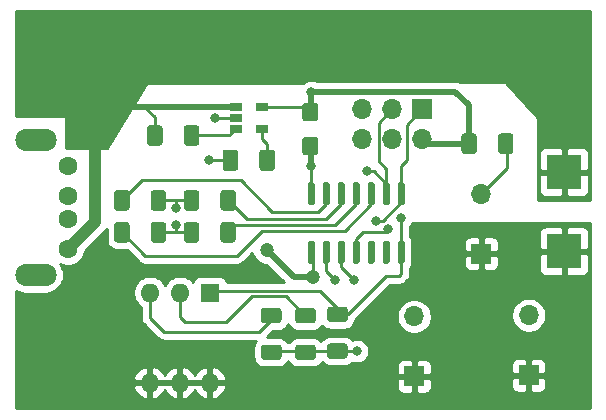
<source format=gbr>
G04 #@! TF.GenerationSoftware,KiCad,Pcbnew,5.1.9*
G04 #@! TF.CreationDate,2021-01-23T21:46:40+01:00*
G04 #@! TF.ProjectId,qc_attiny,71635f61-7474-4696-9e79-2e6b69636164,rev?*
G04 #@! TF.SameCoordinates,Original*
G04 #@! TF.FileFunction,Copper,L1,Top*
G04 #@! TF.FilePolarity,Positive*
%FSLAX46Y46*%
G04 Gerber Fmt 4.6, Leading zero omitted, Abs format (unit mm)*
G04 Created by KiCad (PCBNEW 5.1.9) date 2021-01-23 21:46:40*
%MOMM*%
%LPD*%
G01*
G04 APERTURE LIST*
G04 #@! TA.AperFunction,ComponentPad*
%ADD10C,1.600000*%
G04 #@! TD*
G04 #@! TA.AperFunction,ComponentPad*
%ADD11O,3.500000X1.900000*%
G04 #@! TD*
G04 #@! TA.AperFunction,SMDPad,CuDef*
%ADD12R,3.000000X3.000000*%
G04 #@! TD*
G04 #@! TA.AperFunction,ComponentPad*
%ADD13O,1.700000X1.700000*%
G04 #@! TD*
G04 #@! TA.AperFunction,ComponentPad*
%ADD14R,1.700000X1.700000*%
G04 #@! TD*
G04 #@! TA.AperFunction,SMDPad,CuDef*
%ADD15R,1.060000X0.650000*%
G04 #@! TD*
G04 #@! TA.AperFunction,ComponentPad*
%ADD16O,1.600000X1.600000*%
G04 #@! TD*
G04 #@! TA.AperFunction,ComponentPad*
%ADD17R,1.600000X1.600000*%
G04 #@! TD*
G04 #@! TA.AperFunction,ViaPad*
%ADD18C,0.800000*%
G04 #@! TD*
G04 #@! TA.AperFunction,ViaPad*
%ADD19C,1.200000*%
G04 #@! TD*
G04 #@! TA.AperFunction,Conductor*
%ADD20C,0.250000*%
G04 #@! TD*
G04 #@! TA.AperFunction,Conductor*
%ADD21C,0.500000*%
G04 #@! TD*
G04 #@! TA.AperFunction,Conductor*
%ADD22C,1.000000*%
G04 #@! TD*
G04 #@! TA.AperFunction,Conductor*
%ADD23C,0.254000*%
G04 #@! TD*
G04 #@! TA.AperFunction,Conductor*
%ADD24C,0.100000*%
G04 #@! TD*
G04 APERTURE END LIST*
G04 #@! TA.AperFunction,SMDPad,CuDef*
G36*
G01*
X137174999Y-101312500D02*
X138025001Y-101312500D01*
G75*
G02*
X138275000Y-101562499I0J-249999D01*
G01*
X138275000Y-102637501D01*
G75*
G02*
X138025001Y-102887500I-249999J0D01*
G01*
X137174999Y-102887500D01*
G75*
G02*
X136925000Y-102637501I0J249999D01*
G01*
X136925000Y-101562499D01*
G75*
G02*
X137174999Y-101312500I249999J0D01*
G01*
G37*
G04 #@! TD.AperFunction*
G04 #@! TA.AperFunction,SMDPad,CuDef*
G36*
G01*
X137174999Y-98437500D02*
X138025001Y-98437500D01*
G75*
G02*
X138275000Y-98687499I0J-249999D01*
G01*
X138275000Y-99762501D01*
G75*
G02*
X138025001Y-100012500I-249999J0D01*
G01*
X137174999Y-100012500D01*
G75*
G02*
X136925000Y-99762501I0J249999D01*
G01*
X136925000Y-98687499D01*
G75*
G02*
X137174999Y-98437500I249999J0D01*
G01*
G37*
G04 #@! TD.AperFunction*
D10*
X117100000Y-108300000D03*
X117100000Y-106300000D03*
X117100000Y-110800000D03*
X117100000Y-103800000D03*
D11*
X114350000Y-113000000D03*
X114350000Y-101600000D03*
G04 #@! TA.AperFunction,SMDPad,CuDef*
G36*
G01*
X125100000Y-100574999D02*
X125100000Y-101825001D01*
G75*
G02*
X124850001Y-102075000I-249999J0D01*
G01*
X124049999Y-102075000D01*
G75*
G02*
X123800000Y-101825001I0J249999D01*
G01*
X123800000Y-100574999D01*
G75*
G02*
X124049999Y-100325000I249999J0D01*
G01*
X124850001Y-100325000D01*
G75*
G02*
X125100000Y-100574999I0J-249999D01*
G01*
G37*
G04 #@! TD.AperFunction*
G04 #@! TA.AperFunction,SMDPad,CuDef*
G36*
G01*
X128200000Y-100574999D02*
X128200000Y-101825001D01*
G75*
G02*
X127950001Y-102075000I-249999J0D01*
G01*
X127149999Y-102075000D01*
G75*
G02*
X126900000Y-101825001I0J249999D01*
G01*
X126900000Y-100574999D01*
G75*
G02*
X127149999Y-100325000I249999J0D01*
G01*
X127950001Y-100325000D01*
G75*
G02*
X128200000Y-100574999I0J-249999D01*
G01*
G37*
G04 #@! TD.AperFunction*
G04 #@! TA.AperFunction,SMDPad,CuDef*
G36*
G01*
X137840000Y-107100000D02*
X137540000Y-107100000D01*
G75*
G02*
X137390000Y-106950000I0J150000D01*
G01*
X137390000Y-105300000D01*
G75*
G02*
X137540000Y-105150000I150000J0D01*
G01*
X137840000Y-105150000D01*
G75*
G02*
X137990000Y-105300000I0J-150000D01*
G01*
X137990000Y-106950000D01*
G75*
G02*
X137840000Y-107100000I-150000J0D01*
G01*
G37*
G04 #@! TD.AperFunction*
G04 #@! TA.AperFunction,SMDPad,CuDef*
G36*
G01*
X139110000Y-107100000D02*
X138810000Y-107100000D01*
G75*
G02*
X138660000Y-106950000I0J150000D01*
G01*
X138660000Y-105300000D01*
G75*
G02*
X138810000Y-105150000I150000J0D01*
G01*
X139110000Y-105150000D01*
G75*
G02*
X139260000Y-105300000I0J-150000D01*
G01*
X139260000Y-106950000D01*
G75*
G02*
X139110000Y-107100000I-150000J0D01*
G01*
G37*
G04 #@! TD.AperFunction*
G04 #@! TA.AperFunction,SMDPad,CuDef*
G36*
G01*
X140380000Y-107100000D02*
X140080000Y-107100000D01*
G75*
G02*
X139930000Y-106950000I0J150000D01*
G01*
X139930000Y-105300000D01*
G75*
G02*
X140080000Y-105150000I150000J0D01*
G01*
X140380000Y-105150000D01*
G75*
G02*
X140530000Y-105300000I0J-150000D01*
G01*
X140530000Y-106950000D01*
G75*
G02*
X140380000Y-107100000I-150000J0D01*
G01*
G37*
G04 #@! TD.AperFunction*
G04 #@! TA.AperFunction,SMDPad,CuDef*
G36*
G01*
X141650000Y-107100000D02*
X141350000Y-107100000D01*
G75*
G02*
X141200000Y-106950000I0J150000D01*
G01*
X141200000Y-105300000D01*
G75*
G02*
X141350000Y-105150000I150000J0D01*
G01*
X141650000Y-105150000D01*
G75*
G02*
X141800000Y-105300000I0J-150000D01*
G01*
X141800000Y-106950000D01*
G75*
G02*
X141650000Y-107100000I-150000J0D01*
G01*
G37*
G04 #@! TD.AperFunction*
G04 #@! TA.AperFunction,SMDPad,CuDef*
G36*
G01*
X142920000Y-107100000D02*
X142620000Y-107100000D01*
G75*
G02*
X142470000Y-106950000I0J150000D01*
G01*
X142470000Y-105300000D01*
G75*
G02*
X142620000Y-105150000I150000J0D01*
G01*
X142920000Y-105150000D01*
G75*
G02*
X143070000Y-105300000I0J-150000D01*
G01*
X143070000Y-106950000D01*
G75*
G02*
X142920000Y-107100000I-150000J0D01*
G01*
G37*
G04 #@! TD.AperFunction*
G04 #@! TA.AperFunction,SMDPad,CuDef*
G36*
G01*
X144190000Y-107100000D02*
X143890000Y-107100000D01*
G75*
G02*
X143740000Y-106950000I0J150000D01*
G01*
X143740000Y-105300000D01*
G75*
G02*
X143890000Y-105150000I150000J0D01*
G01*
X144190000Y-105150000D01*
G75*
G02*
X144340000Y-105300000I0J-150000D01*
G01*
X144340000Y-106950000D01*
G75*
G02*
X144190000Y-107100000I-150000J0D01*
G01*
G37*
G04 #@! TD.AperFunction*
G04 #@! TA.AperFunction,SMDPad,CuDef*
G36*
G01*
X145460000Y-107100000D02*
X145160000Y-107100000D01*
G75*
G02*
X145010000Y-106950000I0J150000D01*
G01*
X145010000Y-105300000D01*
G75*
G02*
X145160000Y-105150000I150000J0D01*
G01*
X145460000Y-105150000D01*
G75*
G02*
X145610000Y-105300000I0J-150000D01*
G01*
X145610000Y-106950000D01*
G75*
G02*
X145460000Y-107100000I-150000J0D01*
G01*
G37*
G04 #@! TD.AperFunction*
G04 #@! TA.AperFunction,SMDPad,CuDef*
G36*
G01*
X145460000Y-112050000D02*
X145160000Y-112050000D01*
G75*
G02*
X145010000Y-111900000I0J150000D01*
G01*
X145010000Y-110250000D01*
G75*
G02*
X145160000Y-110100000I150000J0D01*
G01*
X145460000Y-110100000D01*
G75*
G02*
X145610000Y-110250000I0J-150000D01*
G01*
X145610000Y-111900000D01*
G75*
G02*
X145460000Y-112050000I-150000J0D01*
G01*
G37*
G04 #@! TD.AperFunction*
G04 #@! TA.AperFunction,SMDPad,CuDef*
G36*
G01*
X144190000Y-112050000D02*
X143890000Y-112050000D01*
G75*
G02*
X143740000Y-111900000I0J150000D01*
G01*
X143740000Y-110250000D01*
G75*
G02*
X143890000Y-110100000I150000J0D01*
G01*
X144190000Y-110100000D01*
G75*
G02*
X144340000Y-110250000I0J-150000D01*
G01*
X144340000Y-111900000D01*
G75*
G02*
X144190000Y-112050000I-150000J0D01*
G01*
G37*
G04 #@! TD.AperFunction*
G04 #@! TA.AperFunction,SMDPad,CuDef*
G36*
G01*
X142920000Y-112050000D02*
X142620000Y-112050000D01*
G75*
G02*
X142470000Y-111900000I0J150000D01*
G01*
X142470000Y-110250000D01*
G75*
G02*
X142620000Y-110100000I150000J0D01*
G01*
X142920000Y-110100000D01*
G75*
G02*
X143070000Y-110250000I0J-150000D01*
G01*
X143070000Y-111900000D01*
G75*
G02*
X142920000Y-112050000I-150000J0D01*
G01*
G37*
G04 #@! TD.AperFunction*
G04 #@! TA.AperFunction,SMDPad,CuDef*
G36*
G01*
X141650000Y-112050000D02*
X141350000Y-112050000D01*
G75*
G02*
X141200000Y-111900000I0J150000D01*
G01*
X141200000Y-110250000D01*
G75*
G02*
X141350000Y-110100000I150000J0D01*
G01*
X141650000Y-110100000D01*
G75*
G02*
X141800000Y-110250000I0J-150000D01*
G01*
X141800000Y-111900000D01*
G75*
G02*
X141650000Y-112050000I-150000J0D01*
G01*
G37*
G04 #@! TD.AperFunction*
G04 #@! TA.AperFunction,SMDPad,CuDef*
G36*
G01*
X140380000Y-112050000D02*
X140080000Y-112050000D01*
G75*
G02*
X139930000Y-111900000I0J150000D01*
G01*
X139930000Y-110250000D01*
G75*
G02*
X140080000Y-110100000I150000J0D01*
G01*
X140380000Y-110100000D01*
G75*
G02*
X140530000Y-110250000I0J-150000D01*
G01*
X140530000Y-111900000D01*
G75*
G02*
X140380000Y-112050000I-150000J0D01*
G01*
G37*
G04 #@! TD.AperFunction*
G04 #@! TA.AperFunction,SMDPad,CuDef*
G36*
G01*
X139110000Y-112050000D02*
X138810000Y-112050000D01*
G75*
G02*
X138660000Y-111900000I0J150000D01*
G01*
X138660000Y-110250000D01*
G75*
G02*
X138810000Y-110100000I150000J0D01*
G01*
X139110000Y-110100000D01*
G75*
G02*
X139260000Y-110250000I0J-150000D01*
G01*
X139260000Y-111900000D01*
G75*
G02*
X139110000Y-112050000I-150000J0D01*
G01*
G37*
G04 #@! TD.AperFunction*
G04 #@! TA.AperFunction,SMDPad,CuDef*
G36*
G01*
X137840000Y-112050000D02*
X137540000Y-112050000D01*
G75*
G02*
X137390000Y-111900000I0J150000D01*
G01*
X137390000Y-110250000D01*
G75*
G02*
X137540000Y-110100000I150000J0D01*
G01*
X137840000Y-110100000D01*
G75*
G02*
X137990000Y-110250000I0J-150000D01*
G01*
X137990000Y-111900000D01*
G75*
G02*
X137840000Y-112050000I-150000J0D01*
G01*
G37*
G04 #@! TD.AperFunction*
D12*
X159100000Y-111000000D03*
X159100000Y-104300000D03*
G04 #@! TA.AperFunction,SMDPad,CuDef*
G36*
G01*
X136574999Y-118900000D02*
X137825001Y-118900000D01*
G75*
G02*
X138075000Y-119149999I0J-249999D01*
G01*
X138075000Y-119950001D01*
G75*
G02*
X137825001Y-120200000I-249999J0D01*
G01*
X136574999Y-120200000D01*
G75*
G02*
X136325000Y-119950001I0J249999D01*
G01*
X136325000Y-119149999D01*
G75*
G02*
X136574999Y-118900000I249999J0D01*
G01*
G37*
G04 #@! TD.AperFunction*
G04 #@! TA.AperFunction,SMDPad,CuDef*
G36*
G01*
X136574999Y-115800000D02*
X137825001Y-115800000D01*
G75*
G02*
X138075000Y-116049999I0J-249999D01*
G01*
X138075000Y-116850001D01*
G75*
G02*
X137825001Y-117100000I-249999J0D01*
G01*
X136574999Y-117100000D01*
G75*
G02*
X136325000Y-116850001I0J249999D01*
G01*
X136325000Y-116049999D01*
G75*
G02*
X136574999Y-115800000I249999J0D01*
G01*
G37*
G04 #@! TD.AperFunction*
D13*
X142020000Y-101540000D03*
X142020000Y-99000000D03*
X144560000Y-101540000D03*
X144560000Y-99000000D03*
X147100000Y-101540000D03*
D14*
X147100000Y-99000000D03*
D13*
X146400000Y-116520000D03*
D14*
X146400000Y-121600000D03*
D13*
X156100000Y-116420000D03*
D14*
X156100000Y-121500000D03*
D13*
X152100000Y-106120000D03*
D14*
X152100000Y-111200000D03*
D15*
X133500000Y-98750000D03*
X133500000Y-100650000D03*
X131300000Y-100650000D03*
X131300000Y-99700000D03*
X131300000Y-98750000D03*
D16*
X129100000Y-122120000D03*
X124020000Y-114500000D03*
X126560000Y-122120000D03*
X126560000Y-114500000D03*
X124020000Y-122120000D03*
D17*
X129100000Y-114500000D03*
G04 #@! TA.AperFunction,SMDPad,CuDef*
G36*
G01*
X139274999Y-118800000D02*
X140525001Y-118800000D01*
G75*
G02*
X140775000Y-119049999I0J-249999D01*
G01*
X140775000Y-119850001D01*
G75*
G02*
X140525001Y-120100000I-249999J0D01*
G01*
X139274999Y-120100000D01*
G75*
G02*
X139025000Y-119850001I0J249999D01*
G01*
X139025000Y-119049999D01*
G75*
G02*
X139274999Y-118800000I249999J0D01*
G01*
G37*
G04 #@! TD.AperFunction*
G04 #@! TA.AperFunction,SMDPad,CuDef*
G36*
G01*
X139274999Y-115700000D02*
X140525001Y-115700000D01*
G75*
G02*
X140775000Y-115949999I0J-249999D01*
G01*
X140775000Y-116750001D01*
G75*
G02*
X140525001Y-117000000I-249999J0D01*
G01*
X139274999Y-117000000D01*
G75*
G02*
X139025000Y-116750001I0J249999D01*
G01*
X139025000Y-115949999D01*
G75*
G02*
X139274999Y-115700000I249999J0D01*
G01*
G37*
G04 #@! TD.AperFunction*
G04 #@! TA.AperFunction,SMDPad,CuDef*
G36*
G01*
X153500000Y-102525001D02*
X153500000Y-101274999D01*
G75*
G02*
X153749999Y-101025000I249999J0D01*
G01*
X154550001Y-101025000D01*
G75*
G02*
X154800000Y-101274999I0J-249999D01*
G01*
X154800000Y-102525001D01*
G75*
G02*
X154550001Y-102775000I-249999J0D01*
G01*
X153749999Y-102775000D01*
G75*
G02*
X153500000Y-102525001I0J249999D01*
G01*
G37*
G04 #@! TD.AperFunction*
G04 #@! TA.AperFunction,SMDPad,CuDef*
G36*
G01*
X150400000Y-102525001D02*
X150400000Y-101274999D01*
G75*
G02*
X150649999Y-101025000I249999J0D01*
G01*
X151450001Y-101025000D01*
G75*
G02*
X151700000Y-101274999I0J-249999D01*
G01*
X151700000Y-102525001D01*
G75*
G02*
X151450001Y-102775000I-249999J0D01*
G01*
X150649999Y-102775000D01*
G75*
G02*
X150400000Y-102525001I0J249999D01*
G01*
G37*
G04 #@! TD.AperFunction*
G04 #@! TA.AperFunction,SMDPad,CuDef*
G36*
G01*
X134925001Y-117100000D02*
X133674999Y-117100000D01*
G75*
G02*
X133425000Y-116850001I0J249999D01*
G01*
X133425000Y-116049999D01*
G75*
G02*
X133674999Y-115800000I249999J0D01*
G01*
X134925001Y-115800000D01*
G75*
G02*
X135175000Y-116049999I0J-249999D01*
G01*
X135175000Y-116850001D01*
G75*
G02*
X134925001Y-117100000I-249999J0D01*
G01*
G37*
G04 #@! TD.AperFunction*
G04 #@! TA.AperFunction,SMDPad,CuDef*
G36*
G01*
X134925001Y-120200000D02*
X133674999Y-120200000D01*
G75*
G02*
X133425000Y-119950001I0J249999D01*
G01*
X133425000Y-119149999D01*
G75*
G02*
X133674999Y-118900000I249999J0D01*
G01*
X134925001Y-118900000D01*
G75*
G02*
X135175000Y-119149999I0J-249999D01*
G01*
X135175000Y-119950001D01*
G75*
G02*
X134925001Y-120200000I-249999J0D01*
G01*
G37*
G04 #@! TD.AperFunction*
G04 #@! TA.AperFunction,SMDPad,CuDef*
G36*
G01*
X128200000Y-108774999D02*
X128200000Y-110025001D01*
G75*
G02*
X127950001Y-110275000I-249999J0D01*
G01*
X127149999Y-110275000D01*
G75*
G02*
X126900000Y-110025001I0J249999D01*
G01*
X126900000Y-108774999D01*
G75*
G02*
X127149999Y-108525000I249999J0D01*
G01*
X127950001Y-108525000D01*
G75*
G02*
X128200000Y-108774999I0J-249999D01*
G01*
G37*
G04 #@! TD.AperFunction*
G04 #@! TA.AperFunction,SMDPad,CuDef*
G36*
G01*
X131300000Y-108774999D02*
X131300000Y-110025001D01*
G75*
G02*
X131050001Y-110275000I-249999J0D01*
G01*
X130249999Y-110275000D01*
G75*
G02*
X130000000Y-110025001I0J249999D01*
G01*
X130000000Y-108774999D01*
G75*
G02*
X130249999Y-108525000I249999J0D01*
G01*
X131050001Y-108525000D01*
G75*
G02*
X131300000Y-108774999I0J-249999D01*
G01*
G37*
G04 #@! TD.AperFunction*
G04 #@! TA.AperFunction,SMDPad,CuDef*
G36*
G01*
X124100000Y-110025001D02*
X124100000Y-108774999D01*
G75*
G02*
X124349999Y-108525000I249999J0D01*
G01*
X125150001Y-108525000D01*
G75*
G02*
X125400000Y-108774999I0J-249999D01*
G01*
X125400000Y-110025001D01*
G75*
G02*
X125150001Y-110275000I-249999J0D01*
G01*
X124349999Y-110275000D01*
G75*
G02*
X124100000Y-110025001I0J249999D01*
G01*
G37*
G04 #@! TD.AperFunction*
G04 #@! TA.AperFunction,SMDPad,CuDef*
G36*
G01*
X121000000Y-110025001D02*
X121000000Y-108774999D01*
G75*
G02*
X121249999Y-108525000I249999J0D01*
G01*
X122050001Y-108525000D01*
G75*
G02*
X122300000Y-108774999I0J-249999D01*
G01*
X122300000Y-110025001D01*
G75*
G02*
X122050001Y-110275000I-249999J0D01*
G01*
X121249999Y-110275000D01*
G75*
G02*
X121000000Y-110025001I0J249999D01*
G01*
G37*
G04 #@! TD.AperFunction*
G04 #@! TA.AperFunction,SMDPad,CuDef*
G36*
G01*
X128200000Y-106074999D02*
X128200000Y-107325001D01*
G75*
G02*
X127950001Y-107575000I-249999J0D01*
G01*
X127149999Y-107575000D01*
G75*
G02*
X126900000Y-107325001I0J249999D01*
G01*
X126900000Y-106074999D01*
G75*
G02*
X127149999Y-105825000I249999J0D01*
G01*
X127950001Y-105825000D01*
G75*
G02*
X128200000Y-106074999I0J-249999D01*
G01*
G37*
G04 #@! TD.AperFunction*
G04 #@! TA.AperFunction,SMDPad,CuDef*
G36*
G01*
X131300000Y-106074999D02*
X131300000Y-107325001D01*
G75*
G02*
X131050001Y-107575000I-249999J0D01*
G01*
X130249999Y-107575000D01*
G75*
G02*
X130000000Y-107325001I0J249999D01*
G01*
X130000000Y-106074999D01*
G75*
G02*
X130249999Y-105825000I249999J0D01*
G01*
X131050001Y-105825000D01*
G75*
G02*
X131300000Y-106074999I0J-249999D01*
G01*
G37*
G04 #@! TD.AperFunction*
G04 #@! TA.AperFunction,SMDPad,CuDef*
G36*
G01*
X124100000Y-107325001D02*
X124100000Y-106074999D01*
G75*
G02*
X124349999Y-105825000I249999J0D01*
G01*
X125150001Y-105825000D01*
G75*
G02*
X125400000Y-106074999I0J-249999D01*
G01*
X125400000Y-107325001D01*
G75*
G02*
X125150001Y-107575000I-249999J0D01*
G01*
X124349999Y-107575000D01*
G75*
G02*
X124100000Y-107325001I0J249999D01*
G01*
G37*
G04 #@! TD.AperFunction*
G04 #@! TA.AperFunction,SMDPad,CuDef*
G36*
G01*
X121000000Y-107325001D02*
X121000000Y-106074999D01*
G75*
G02*
X121249999Y-105825000I249999J0D01*
G01*
X122050001Y-105825000D01*
G75*
G02*
X122300000Y-106074999I0J-249999D01*
G01*
X122300000Y-107325001D01*
G75*
G02*
X122050001Y-107575000I-249999J0D01*
G01*
X121249999Y-107575000D01*
G75*
G02*
X121000000Y-107325001I0J249999D01*
G01*
G37*
G04 #@! TD.AperFunction*
G04 #@! TA.AperFunction,SMDPad,CuDef*
G36*
G01*
X133300000Y-103950002D02*
X133300000Y-102649998D01*
G75*
G02*
X133549998Y-102400000I249998J0D01*
G01*
X134375002Y-102400000D01*
G75*
G02*
X134625000Y-102649998I0J-249998D01*
G01*
X134625000Y-103950002D01*
G75*
G02*
X134375002Y-104200000I-249998J0D01*
G01*
X133549998Y-104200000D01*
G75*
G02*
X133300000Y-103950002I0J249998D01*
G01*
G37*
G04 #@! TD.AperFunction*
G04 #@! TA.AperFunction,SMDPad,CuDef*
G36*
G01*
X130175000Y-103950002D02*
X130175000Y-102649998D01*
G75*
G02*
X130424998Y-102400000I249998J0D01*
G01*
X131250002Y-102400000D01*
G75*
G02*
X131500000Y-102649998I0J-249998D01*
G01*
X131500000Y-103950002D01*
G75*
G02*
X131250002Y-104200000I-249998J0D01*
G01*
X130424998Y-104200000D01*
G75*
G02*
X130175000Y-103950002I0J249998D01*
G01*
G37*
G04 #@! TD.AperFunction*
D18*
X137700000Y-97500000D03*
D19*
X133900000Y-110900000D03*
X137800000Y-113200000D03*
D18*
X141550000Y-119450000D03*
X137700000Y-103800000D03*
X129500000Y-99700000D03*
X129000000Y-103300000D03*
D19*
X155300000Y-113800000D03*
X157300000Y-118800000D03*
X159600000Y-116200000D03*
X159600000Y-118700000D03*
X159600000Y-121700000D03*
X116600000Y-115600000D03*
X119500000Y-115600000D03*
X119600000Y-111100000D03*
X155300000Y-111200000D03*
D18*
X126200000Y-107300000D03*
X126200000Y-108800000D03*
X139700000Y-113400000D03*
X141300000Y-113400000D03*
X144200000Y-109100000D03*
X145300000Y-108200000D03*
X142400000Y-104200000D03*
X143200000Y-108400000D03*
D20*
X137687500Y-98750000D02*
X137700000Y-98737500D01*
X133500000Y-98750000D02*
X137687500Y-98750000D01*
X137800000Y-111085000D02*
X137690000Y-110975000D01*
X137800000Y-113100000D02*
X137800000Y-111085000D01*
X137700000Y-97500000D02*
X137700000Y-97500000D01*
D21*
X137700000Y-98737500D02*
X137700000Y-97500000D01*
X137700000Y-97500000D02*
X149900000Y-97500000D01*
X151050000Y-98650000D02*
X151050000Y-101900000D01*
X149900000Y-97500000D02*
X151050000Y-98650000D01*
X147460000Y-101900000D02*
X147100000Y-101540000D01*
X151050000Y-101900000D02*
X147460000Y-101900000D01*
X133900000Y-110900000D02*
X136200000Y-113200000D01*
X137700000Y-113200000D02*
X137800000Y-113100000D01*
X136200000Y-113200000D02*
X137700000Y-113200000D01*
D20*
X134400000Y-119450000D02*
X134300000Y-119550000D01*
X139900000Y-119450000D02*
X134400000Y-119450000D01*
X141550000Y-119450000D02*
X139900000Y-119450000D01*
X137690000Y-103810000D02*
X137700000Y-103800000D01*
X137690000Y-106025000D02*
X137690000Y-103810000D01*
X130837500Y-103300000D02*
X129000000Y-103300000D01*
X131300000Y-99700000D02*
X129500000Y-99700000D01*
D21*
X137700000Y-103800000D02*
X137700000Y-101862500D01*
D20*
X126200000Y-106700000D02*
X126200000Y-107300000D01*
X124750000Y-106700000D02*
X126200000Y-106700000D01*
X126200000Y-106700000D02*
X127550000Y-106700000D01*
X126200000Y-109400000D02*
X126200000Y-108800000D01*
X124750000Y-109400000D02*
X126200000Y-109400000D01*
X126200000Y-109400000D02*
X127550000Y-109400000D01*
X142770000Y-107000000D02*
X140519990Y-109250010D01*
X142770000Y-106025000D02*
X142770000Y-107000000D01*
X140519990Y-109250010D02*
X133549990Y-109250010D01*
X133549990Y-109250010D02*
X131400000Y-111400000D01*
X123650000Y-111400000D02*
X121650000Y-109400000D01*
X131400000Y-111400000D02*
X123650000Y-111400000D01*
X141500000Y-107000000D02*
X139700000Y-108800000D01*
X141500000Y-106025000D02*
X141500000Y-107000000D01*
X131250000Y-108800000D02*
X130650000Y-109400000D01*
X139700000Y-108800000D02*
X131250000Y-108800000D01*
X123350000Y-105000000D02*
X121650000Y-106700000D01*
X131700000Y-105000000D02*
X123350000Y-105000000D01*
X134400000Y-107700000D02*
X131700000Y-105000000D01*
X138260000Y-107700000D02*
X134400000Y-107700000D01*
X138960000Y-107000000D02*
X138260000Y-107700000D01*
X138960000Y-106025000D02*
X138960000Y-107000000D01*
X130650000Y-106700000D02*
X132250000Y-108300000D01*
X140230000Y-107000000D02*
X140230000Y-106025000D01*
X138930000Y-108300000D02*
X140230000Y-107000000D01*
X132250000Y-108300000D02*
X138930000Y-108300000D01*
X138960000Y-111075000D02*
X138960000Y-112660000D01*
X138960000Y-112660000D02*
X139700000Y-113400000D01*
X139700000Y-113400000D02*
X139700000Y-113400000D01*
X140230000Y-112330000D02*
X140230000Y-110975000D01*
X141300000Y-113400000D02*
X140230000Y-112330000D01*
X141500000Y-110000000D02*
X142100000Y-109400000D01*
X141500000Y-110975000D02*
X141500000Y-110000000D01*
X143900000Y-109400000D02*
X144200000Y-109100000D01*
X142100000Y-109400000D02*
X143900000Y-109400000D01*
X152100000Y-106120000D02*
X154300000Y-103920000D01*
X154300000Y-102050000D02*
X154150000Y-101900000D01*
X154300000Y-103920000D02*
X154300000Y-102050000D01*
D21*
X124450000Y-98750000D02*
X123950000Y-98750000D01*
X131300000Y-98750000D02*
X124450000Y-98750000D01*
D22*
X117100000Y-110800000D02*
X119400000Y-108500000D01*
X119400000Y-108500000D02*
X119400000Y-101500000D01*
D21*
X122750000Y-98750000D02*
X120250000Y-98750000D01*
D20*
X124450000Y-99650000D02*
X123550000Y-98750000D01*
X124450000Y-101200000D02*
X124450000Y-99650000D01*
D21*
X123550000Y-98750000D02*
X122750000Y-98750000D01*
X123950000Y-98750000D02*
X123550000Y-98750000D01*
D20*
X139900000Y-116350000D02*
X139900000Y-115800000D01*
X129250010Y-114349990D02*
X129100000Y-114500000D01*
X138449990Y-114349990D02*
X129250010Y-114349990D01*
X139900000Y-115800000D02*
X138449990Y-114349990D01*
X140775000Y-116350000D02*
X144025000Y-113100000D01*
X139900000Y-116350000D02*
X140775000Y-116350000D01*
X144025000Y-113100000D02*
X145100000Y-113100000D01*
X145310000Y-112890000D02*
X145310000Y-110975000D01*
X145100000Y-113100000D02*
X145310000Y-112890000D01*
X145310000Y-108210000D02*
X145300000Y-108200000D01*
X145310000Y-110975000D02*
X145310000Y-108210000D01*
X134300000Y-116450000D02*
X134300000Y-116800000D01*
X134300000Y-116800000D02*
X133300000Y-117800000D01*
X133300000Y-117800000D02*
X125200000Y-117800000D01*
X124020000Y-116620000D02*
X124020000Y-114500000D01*
X125200000Y-117800000D02*
X124020000Y-116620000D01*
X144040000Y-105274315D02*
X144040000Y-106025000D01*
X143384999Y-100175001D02*
X143384999Y-103384999D01*
X144560000Y-99000000D02*
X143384999Y-100175001D01*
X144040000Y-104040000D02*
X144040000Y-106125000D01*
X143384999Y-103384999D02*
X144040000Y-104040000D01*
X144040000Y-105274315D02*
X144040000Y-106125000D01*
X142965685Y-104200000D02*
X144040000Y-105274315D01*
X142400000Y-104200000D02*
X142965685Y-104200000D01*
X137200000Y-116450000D02*
X135550000Y-114800000D01*
X135550000Y-114800000D02*
X132700000Y-114800000D01*
X132700000Y-114800000D02*
X130500000Y-117000000D01*
X130500000Y-117000000D02*
X127000000Y-117000000D01*
X126560000Y-116560000D02*
X126560000Y-114500000D01*
X127000000Y-117000000D02*
X126560000Y-116560000D01*
X145310000Y-106125000D02*
X145310000Y-103790000D01*
X145310000Y-103790000D02*
X145800000Y-103300000D01*
X145800000Y-100300000D02*
X147100000Y-99000000D01*
X145800000Y-103300000D02*
X145800000Y-100300000D01*
X145310000Y-106855685D02*
X145310000Y-106025000D01*
X145310000Y-106855685D02*
X145310000Y-106125000D01*
X143765685Y-108400000D02*
X145310000Y-106855685D01*
X143200000Y-108400000D02*
X143765685Y-108400000D01*
X133500000Y-100650000D02*
X133500000Y-101500000D01*
X133962500Y-101962500D02*
X133962500Y-103300000D01*
X133500000Y-101500000D02*
X133962500Y-101962500D01*
X130750000Y-101200000D02*
X131300000Y-100650000D01*
X127550000Y-101200000D02*
X130750000Y-101200000D01*
D23*
X161315000Y-106673000D02*
X156927000Y-106673000D01*
X156927000Y-105800000D01*
X156961928Y-105800000D01*
X156974188Y-105924482D01*
X157010498Y-106044180D01*
X157069463Y-106154494D01*
X157148815Y-106251185D01*
X157245506Y-106330537D01*
X157355820Y-106389502D01*
X157475518Y-106425812D01*
X157600000Y-106438072D01*
X158814250Y-106435000D01*
X158973000Y-106276250D01*
X158973000Y-104427000D01*
X159227000Y-104427000D01*
X159227000Y-106276250D01*
X159385750Y-106435000D01*
X160600000Y-106438072D01*
X160724482Y-106425812D01*
X160844180Y-106389502D01*
X160954494Y-106330537D01*
X161051185Y-106251185D01*
X161130537Y-106154494D01*
X161189502Y-106044180D01*
X161225812Y-105924482D01*
X161238072Y-105800000D01*
X161235000Y-104585750D01*
X161076250Y-104427000D01*
X159227000Y-104427000D01*
X158973000Y-104427000D01*
X157123750Y-104427000D01*
X156965000Y-104585750D01*
X156961928Y-105800000D01*
X156927000Y-105800000D01*
X156927000Y-102800000D01*
X156961928Y-102800000D01*
X156965000Y-104014250D01*
X157123750Y-104173000D01*
X158973000Y-104173000D01*
X158973000Y-102323750D01*
X159227000Y-102323750D01*
X159227000Y-104173000D01*
X161076250Y-104173000D01*
X161235000Y-104014250D01*
X161238072Y-102800000D01*
X161225812Y-102675518D01*
X161189502Y-102555820D01*
X161130537Y-102445506D01*
X161051185Y-102348815D01*
X160954494Y-102269463D01*
X160844180Y-102210498D01*
X160724482Y-102174188D01*
X160600000Y-102161928D01*
X159385750Y-102165000D01*
X159227000Y-102323750D01*
X158973000Y-102323750D01*
X158814250Y-102165000D01*
X157600000Y-102161928D01*
X157475518Y-102174188D01*
X157355820Y-102210498D01*
X157245506Y-102269463D01*
X157148815Y-102348815D01*
X157069463Y-102445506D01*
X157010498Y-102555820D01*
X156974188Y-102675518D01*
X156961928Y-102800000D01*
X156927000Y-102800000D01*
X156927000Y-99800000D01*
X156924560Y-99775224D01*
X156917333Y-99751399D01*
X156905597Y-99729443D01*
X156894398Y-99715041D01*
X154194398Y-96715041D01*
X154176010Y-96698258D01*
X154154700Y-96685384D01*
X154131289Y-96676915D01*
X154099412Y-96673001D01*
X150263417Y-96690760D01*
X150240313Y-96678411D01*
X150073490Y-96627805D01*
X149943477Y-96615000D01*
X149943469Y-96615000D01*
X149900000Y-96610719D01*
X149856531Y-96615000D01*
X138238454Y-96615000D01*
X138190256Y-96582795D01*
X138001898Y-96504774D01*
X137801939Y-96465000D01*
X137598061Y-96465000D01*
X137398102Y-96504774D01*
X137209744Y-96582795D01*
X137040226Y-96696063D01*
X136984050Y-96752239D01*
X132499628Y-96773000D01*
X123800000Y-96773000D01*
X123775224Y-96775440D01*
X123751399Y-96782667D01*
X123729443Y-96794403D01*
X123710197Y-96810197D01*
X123691098Y-96834659D01*
X120428093Y-102273000D01*
X116927000Y-102273000D01*
X116927000Y-99700000D01*
X116924560Y-99675224D01*
X116917333Y-99651399D01*
X116905597Y-99629443D01*
X116889803Y-99610197D01*
X116870557Y-99594403D01*
X116848601Y-99582667D01*
X116824776Y-99575440D01*
X116800000Y-99573000D01*
X112685000Y-99573000D01*
X112685000Y-90685000D01*
X161315000Y-90685000D01*
X161315000Y-106673000D01*
G04 #@! TA.AperFunction,Conductor*
D24*
G36*
X161315000Y-106673000D02*
G01*
X156927000Y-106673000D01*
X156927000Y-105800000D01*
X156961928Y-105800000D01*
X156974188Y-105924482D01*
X157010498Y-106044180D01*
X157069463Y-106154494D01*
X157148815Y-106251185D01*
X157245506Y-106330537D01*
X157355820Y-106389502D01*
X157475518Y-106425812D01*
X157600000Y-106438072D01*
X158814250Y-106435000D01*
X158973000Y-106276250D01*
X158973000Y-104427000D01*
X159227000Y-104427000D01*
X159227000Y-106276250D01*
X159385750Y-106435000D01*
X160600000Y-106438072D01*
X160724482Y-106425812D01*
X160844180Y-106389502D01*
X160954494Y-106330537D01*
X161051185Y-106251185D01*
X161130537Y-106154494D01*
X161189502Y-106044180D01*
X161225812Y-105924482D01*
X161238072Y-105800000D01*
X161235000Y-104585750D01*
X161076250Y-104427000D01*
X159227000Y-104427000D01*
X158973000Y-104427000D01*
X157123750Y-104427000D01*
X156965000Y-104585750D01*
X156961928Y-105800000D01*
X156927000Y-105800000D01*
X156927000Y-102800000D01*
X156961928Y-102800000D01*
X156965000Y-104014250D01*
X157123750Y-104173000D01*
X158973000Y-104173000D01*
X158973000Y-102323750D01*
X159227000Y-102323750D01*
X159227000Y-104173000D01*
X161076250Y-104173000D01*
X161235000Y-104014250D01*
X161238072Y-102800000D01*
X161225812Y-102675518D01*
X161189502Y-102555820D01*
X161130537Y-102445506D01*
X161051185Y-102348815D01*
X160954494Y-102269463D01*
X160844180Y-102210498D01*
X160724482Y-102174188D01*
X160600000Y-102161928D01*
X159385750Y-102165000D01*
X159227000Y-102323750D01*
X158973000Y-102323750D01*
X158814250Y-102165000D01*
X157600000Y-102161928D01*
X157475518Y-102174188D01*
X157355820Y-102210498D01*
X157245506Y-102269463D01*
X157148815Y-102348815D01*
X157069463Y-102445506D01*
X157010498Y-102555820D01*
X156974188Y-102675518D01*
X156961928Y-102800000D01*
X156927000Y-102800000D01*
X156927000Y-99800000D01*
X156924560Y-99775224D01*
X156917333Y-99751399D01*
X156905597Y-99729443D01*
X156894398Y-99715041D01*
X154194398Y-96715041D01*
X154176010Y-96698258D01*
X154154700Y-96685384D01*
X154131289Y-96676915D01*
X154099412Y-96673001D01*
X150263417Y-96690760D01*
X150240313Y-96678411D01*
X150073490Y-96627805D01*
X149943477Y-96615000D01*
X149943469Y-96615000D01*
X149900000Y-96610719D01*
X149856531Y-96615000D01*
X138238454Y-96615000D01*
X138190256Y-96582795D01*
X138001898Y-96504774D01*
X137801939Y-96465000D01*
X137598061Y-96465000D01*
X137398102Y-96504774D01*
X137209744Y-96582795D01*
X137040226Y-96696063D01*
X136984050Y-96752239D01*
X132499628Y-96773000D01*
X123800000Y-96773000D01*
X123775224Y-96775440D01*
X123751399Y-96782667D01*
X123729443Y-96794403D01*
X123710197Y-96810197D01*
X123691098Y-96834659D01*
X120428093Y-102273000D01*
X116927000Y-102273000D01*
X116927000Y-99700000D01*
X116924560Y-99675224D01*
X116917333Y-99651399D01*
X116905597Y-99629443D01*
X116889803Y-99610197D01*
X116870557Y-99594403D01*
X116848601Y-99582667D01*
X116824776Y-99575440D01*
X116800000Y-99573000D01*
X112685000Y-99573000D01*
X112685000Y-90685000D01*
X161315000Y-90685000D01*
X161315000Y-106673000D01*
G37*
G04 #@! TD.AperFunction*
D23*
X161315001Y-124315000D02*
X112685000Y-124315000D01*
X112685000Y-122469040D01*
X122628091Y-122469040D01*
X122722930Y-122733881D01*
X122867615Y-122975131D01*
X123056586Y-123183519D01*
X123282580Y-123351037D01*
X123536913Y-123471246D01*
X123670961Y-123511904D01*
X123893000Y-123389915D01*
X123893000Y-122247000D01*
X124147000Y-122247000D01*
X124147000Y-123389915D01*
X124369039Y-123511904D01*
X124503087Y-123471246D01*
X124757420Y-123351037D01*
X124983414Y-123183519D01*
X125172385Y-122975131D01*
X125290000Y-122779018D01*
X125407615Y-122975131D01*
X125596586Y-123183519D01*
X125822580Y-123351037D01*
X126076913Y-123471246D01*
X126210961Y-123511904D01*
X126433000Y-123389915D01*
X126433000Y-122247000D01*
X126687000Y-122247000D01*
X126687000Y-123389915D01*
X126909039Y-123511904D01*
X127043087Y-123471246D01*
X127297420Y-123351037D01*
X127523414Y-123183519D01*
X127712385Y-122975131D01*
X127830000Y-122779018D01*
X127947615Y-122975131D01*
X128136586Y-123183519D01*
X128362580Y-123351037D01*
X128616913Y-123471246D01*
X128750961Y-123511904D01*
X128973000Y-123389915D01*
X128973000Y-122247000D01*
X129227000Y-122247000D01*
X129227000Y-123389915D01*
X129449039Y-123511904D01*
X129583087Y-123471246D01*
X129837420Y-123351037D01*
X130063414Y-123183519D01*
X130252385Y-122975131D01*
X130397070Y-122733881D01*
X130491909Y-122469040D01*
X130481509Y-122450000D01*
X144911928Y-122450000D01*
X144924188Y-122574482D01*
X144960498Y-122694180D01*
X145019463Y-122804494D01*
X145098815Y-122901185D01*
X145195506Y-122980537D01*
X145305820Y-123039502D01*
X145425518Y-123075812D01*
X145550000Y-123088072D01*
X146114250Y-123085000D01*
X146273000Y-122926250D01*
X146273000Y-121727000D01*
X146527000Y-121727000D01*
X146527000Y-122926250D01*
X146685750Y-123085000D01*
X147250000Y-123088072D01*
X147374482Y-123075812D01*
X147494180Y-123039502D01*
X147604494Y-122980537D01*
X147701185Y-122901185D01*
X147780537Y-122804494D01*
X147839502Y-122694180D01*
X147875812Y-122574482D01*
X147888072Y-122450000D01*
X147887528Y-122350000D01*
X154611928Y-122350000D01*
X154624188Y-122474482D01*
X154660498Y-122594180D01*
X154719463Y-122704494D01*
X154798815Y-122801185D01*
X154895506Y-122880537D01*
X155005820Y-122939502D01*
X155125518Y-122975812D01*
X155250000Y-122988072D01*
X155814250Y-122985000D01*
X155973000Y-122826250D01*
X155973000Y-121627000D01*
X156227000Y-121627000D01*
X156227000Y-122826250D01*
X156385750Y-122985000D01*
X156950000Y-122988072D01*
X157074482Y-122975812D01*
X157194180Y-122939502D01*
X157304494Y-122880537D01*
X157401185Y-122801185D01*
X157480537Y-122704494D01*
X157539502Y-122594180D01*
X157575812Y-122474482D01*
X157588072Y-122350000D01*
X157585000Y-121785750D01*
X157426250Y-121627000D01*
X156227000Y-121627000D01*
X155973000Y-121627000D01*
X154773750Y-121627000D01*
X154615000Y-121785750D01*
X154611928Y-122350000D01*
X147887528Y-122350000D01*
X147885000Y-121885750D01*
X147726250Y-121727000D01*
X146527000Y-121727000D01*
X146273000Y-121727000D01*
X145073750Y-121727000D01*
X144915000Y-121885750D01*
X144911928Y-122450000D01*
X130481509Y-122450000D01*
X130370624Y-122247000D01*
X129227000Y-122247000D01*
X128973000Y-122247000D01*
X126687000Y-122247000D01*
X126433000Y-122247000D01*
X124147000Y-122247000D01*
X123893000Y-122247000D01*
X122749376Y-122247000D01*
X122628091Y-122469040D01*
X112685000Y-122469040D01*
X112685000Y-121770960D01*
X122628091Y-121770960D01*
X122749376Y-121993000D01*
X123893000Y-121993000D01*
X123893000Y-120850085D01*
X124147000Y-120850085D01*
X124147000Y-121993000D01*
X126433000Y-121993000D01*
X126433000Y-120850085D01*
X126687000Y-120850085D01*
X126687000Y-121993000D01*
X128973000Y-121993000D01*
X128973000Y-120850085D01*
X129227000Y-120850085D01*
X129227000Y-121993000D01*
X130370624Y-121993000D01*
X130491909Y-121770960D01*
X130397070Y-121506119D01*
X130252385Y-121264869D01*
X130063414Y-121056481D01*
X129837420Y-120888963D01*
X129583087Y-120768754D01*
X129449039Y-120728096D01*
X129227000Y-120850085D01*
X128973000Y-120850085D01*
X128750961Y-120728096D01*
X128616913Y-120768754D01*
X128362580Y-120888963D01*
X128136586Y-121056481D01*
X127947615Y-121264869D01*
X127830000Y-121460982D01*
X127712385Y-121264869D01*
X127523414Y-121056481D01*
X127297420Y-120888963D01*
X127043087Y-120768754D01*
X126909039Y-120728096D01*
X126687000Y-120850085D01*
X126433000Y-120850085D01*
X126210961Y-120728096D01*
X126076913Y-120768754D01*
X125822580Y-120888963D01*
X125596586Y-121056481D01*
X125407615Y-121264869D01*
X125290000Y-121460982D01*
X125172385Y-121264869D01*
X124983414Y-121056481D01*
X124757420Y-120888963D01*
X124503087Y-120768754D01*
X124369039Y-120728096D01*
X124147000Y-120850085D01*
X123893000Y-120850085D01*
X123670961Y-120728096D01*
X123536913Y-120768754D01*
X123282580Y-120888963D01*
X123056586Y-121056481D01*
X122867615Y-121264869D01*
X122722930Y-121506119D01*
X122628091Y-121770960D01*
X112685000Y-121770960D01*
X112685000Y-114334860D01*
X112940512Y-114471434D01*
X113239286Y-114562066D01*
X113472136Y-114585000D01*
X115227864Y-114585000D01*
X115460714Y-114562066D01*
X115759488Y-114471434D01*
X116034839Y-114324256D01*
X116276187Y-114126187D01*
X116474256Y-113884839D01*
X116621434Y-113609488D01*
X116712066Y-113310714D01*
X116742669Y-113000000D01*
X116712066Y-112689286D01*
X116621434Y-112390512D01*
X116474256Y-112115161D01*
X116447996Y-112083163D01*
X116681426Y-112179853D01*
X116958665Y-112235000D01*
X117241335Y-112235000D01*
X117518574Y-112179853D01*
X117779727Y-112071680D01*
X118014759Y-111914637D01*
X118214637Y-111714759D01*
X118371680Y-111479727D01*
X118479853Y-111218574D01*
X118527850Y-110977282D01*
X120163141Y-109341991D01*
X120206449Y-109306449D01*
X120348284Y-109133623D01*
X120361928Y-109108097D01*
X120361928Y-110025001D01*
X120378992Y-110198255D01*
X120429528Y-110364851D01*
X120511595Y-110518387D01*
X120622038Y-110652962D01*
X120756613Y-110763405D01*
X120910149Y-110845472D01*
X121076745Y-110896008D01*
X121249999Y-110913072D01*
X122050001Y-110913072D01*
X122084839Y-110909641D01*
X123086201Y-111911003D01*
X123109999Y-111940001D01*
X123138997Y-111963799D01*
X123225723Y-112034974D01*
X123340270Y-112096201D01*
X123357753Y-112105546D01*
X123501014Y-112149003D01*
X123612667Y-112160000D01*
X123612676Y-112160000D01*
X123649999Y-112163676D01*
X123687322Y-112160000D01*
X131362678Y-112160000D01*
X131400000Y-112163676D01*
X131437322Y-112160000D01*
X131437333Y-112160000D01*
X131548986Y-112149003D01*
X131692247Y-112105546D01*
X131824276Y-112034974D01*
X131940001Y-111940001D01*
X131963804Y-111910997D01*
X132696218Y-111178583D01*
X132712460Y-111260236D01*
X132805557Y-111484992D01*
X132940713Y-111687267D01*
X133112733Y-111859287D01*
X133315008Y-111994443D01*
X133539764Y-112087540D01*
X133778363Y-112135000D01*
X133883422Y-112135000D01*
X135338411Y-113589990D01*
X130527237Y-113589990D01*
X130525812Y-113575518D01*
X130489502Y-113455820D01*
X130430537Y-113345506D01*
X130351185Y-113248815D01*
X130254494Y-113169463D01*
X130144180Y-113110498D01*
X130024482Y-113074188D01*
X129900000Y-113061928D01*
X128300000Y-113061928D01*
X128175518Y-113074188D01*
X128055820Y-113110498D01*
X127945506Y-113169463D01*
X127848815Y-113248815D01*
X127769463Y-113345506D01*
X127710498Y-113455820D01*
X127674188Y-113575518D01*
X127673357Y-113583961D01*
X127474759Y-113385363D01*
X127239727Y-113228320D01*
X126978574Y-113120147D01*
X126701335Y-113065000D01*
X126418665Y-113065000D01*
X126141426Y-113120147D01*
X125880273Y-113228320D01*
X125645241Y-113385363D01*
X125445363Y-113585241D01*
X125290000Y-113817759D01*
X125134637Y-113585241D01*
X124934759Y-113385363D01*
X124699727Y-113228320D01*
X124438574Y-113120147D01*
X124161335Y-113065000D01*
X123878665Y-113065000D01*
X123601426Y-113120147D01*
X123340273Y-113228320D01*
X123105241Y-113385363D01*
X122905363Y-113585241D01*
X122748320Y-113820273D01*
X122640147Y-114081426D01*
X122585000Y-114358665D01*
X122585000Y-114641335D01*
X122640147Y-114918574D01*
X122748320Y-115179727D01*
X122905363Y-115414759D01*
X123105241Y-115614637D01*
X123260000Y-115718044D01*
X123260000Y-116582677D01*
X123256324Y-116620000D01*
X123260000Y-116657322D01*
X123260000Y-116657332D01*
X123270997Y-116768985D01*
X123302936Y-116874275D01*
X123314454Y-116912246D01*
X123385026Y-117044276D01*
X123406960Y-117071002D01*
X123479999Y-117160001D01*
X123509003Y-117183804D01*
X124636201Y-118311003D01*
X124659999Y-118340001D01*
X124688997Y-118363799D01*
X124775723Y-118434974D01*
X124907753Y-118505546D01*
X125051014Y-118549003D01*
X125162667Y-118560000D01*
X125162677Y-118560000D01*
X125199999Y-118563676D01*
X125237322Y-118560000D01*
X133015883Y-118560000D01*
X132936595Y-118656613D01*
X132854528Y-118810149D01*
X132803992Y-118976745D01*
X132786928Y-119149999D01*
X132786928Y-119950001D01*
X132803992Y-120123255D01*
X132854528Y-120289851D01*
X132936595Y-120443387D01*
X133047038Y-120577962D01*
X133181613Y-120688405D01*
X133335149Y-120770472D01*
X133501745Y-120821008D01*
X133674999Y-120838072D01*
X134925001Y-120838072D01*
X135098255Y-120821008D01*
X135264851Y-120770472D01*
X135418387Y-120688405D01*
X135552962Y-120577962D01*
X135663405Y-120443387D01*
X135745472Y-120289851D01*
X135750000Y-120274924D01*
X135754528Y-120289851D01*
X135836595Y-120443387D01*
X135947038Y-120577962D01*
X136081613Y-120688405D01*
X136235149Y-120770472D01*
X136401745Y-120821008D01*
X136574999Y-120838072D01*
X137825001Y-120838072D01*
X137998255Y-120821008D01*
X138164851Y-120770472D01*
X138203151Y-120750000D01*
X144911928Y-120750000D01*
X144915000Y-121314250D01*
X145073750Y-121473000D01*
X146273000Y-121473000D01*
X146273000Y-120273750D01*
X146527000Y-120273750D01*
X146527000Y-121473000D01*
X147726250Y-121473000D01*
X147885000Y-121314250D01*
X147888072Y-120750000D01*
X147878224Y-120650000D01*
X154611928Y-120650000D01*
X154615000Y-121214250D01*
X154773750Y-121373000D01*
X155973000Y-121373000D01*
X155973000Y-120173750D01*
X156227000Y-120173750D01*
X156227000Y-121373000D01*
X157426250Y-121373000D01*
X157585000Y-121214250D01*
X157588072Y-120650000D01*
X157575812Y-120525518D01*
X157539502Y-120405820D01*
X157480537Y-120295506D01*
X157401185Y-120198815D01*
X157304494Y-120119463D01*
X157194180Y-120060498D01*
X157074482Y-120024188D01*
X156950000Y-120011928D01*
X156385750Y-120015000D01*
X156227000Y-120173750D01*
X155973000Y-120173750D01*
X155814250Y-120015000D01*
X155250000Y-120011928D01*
X155125518Y-120024188D01*
X155005820Y-120060498D01*
X154895506Y-120119463D01*
X154798815Y-120198815D01*
X154719463Y-120295506D01*
X154660498Y-120405820D01*
X154624188Y-120525518D01*
X154611928Y-120650000D01*
X147878224Y-120650000D01*
X147875812Y-120625518D01*
X147839502Y-120505820D01*
X147780537Y-120395506D01*
X147701185Y-120298815D01*
X147604494Y-120219463D01*
X147494180Y-120160498D01*
X147374482Y-120124188D01*
X147250000Y-120111928D01*
X146685750Y-120115000D01*
X146527000Y-120273750D01*
X146273000Y-120273750D01*
X146114250Y-120115000D01*
X145550000Y-120111928D01*
X145425518Y-120124188D01*
X145305820Y-120160498D01*
X145195506Y-120219463D01*
X145098815Y-120298815D01*
X145019463Y-120395506D01*
X144960498Y-120505820D01*
X144924188Y-120625518D01*
X144911928Y-120750000D01*
X138203151Y-120750000D01*
X138318387Y-120688405D01*
X138452962Y-120577962D01*
X138563405Y-120443387D01*
X138585200Y-120402612D01*
X138647038Y-120477962D01*
X138781613Y-120588405D01*
X138935149Y-120670472D01*
X139101745Y-120721008D01*
X139274999Y-120738072D01*
X140525001Y-120738072D01*
X140698255Y-120721008D01*
X140864851Y-120670472D01*
X141018387Y-120588405D01*
X141152962Y-120477962D01*
X141197149Y-120424120D01*
X141248102Y-120445226D01*
X141448061Y-120485000D01*
X141651939Y-120485000D01*
X141851898Y-120445226D01*
X142040256Y-120367205D01*
X142209774Y-120253937D01*
X142353937Y-120109774D01*
X142467205Y-119940256D01*
X142545226Y-119751898D01*
X142585000Y-119551939D01*
X142585000Y-119348061D01*
X142545226Y-119148102D01*
X142467205Y-118959744D01*
X142353937Y-118790226D01*
X142209774Y-118646063D01*
X142040256Y-118532795D01*
X141851898Y-118454774D01*
X141651939Y-118415000D01*
X141448061Y-118415000D01*
X141248102Y-118454774D01*
X141197149Y-118475880D01*
X141152962Y-118422038D01*
X141018387Y-118311595D01*
X140864851Y-118229528D01*
X140698255Y-118178992D01*
X140525001Y-118161928D01*
X139274999Y-118161928D01*
X139101745Y-118178992D01*
X138935149Y-118229528D01*
X138781613Y-118311595D01*
X138647038Y-118422038D01*
X138536595Y-118556613D01*
X138514800Y-118597388D01*
X138452962Y-118522038D01*
X138318387Y-118411595D01*
X138164851Y-118329528D01*
X137998255Y-118278992D01*
X137825001Y-118261928D01*
X136574999Y-118261928D01*
X136401745Y-118278992D01*
X136235149Y-118329528D01*
X136081613Y-118411595D01*
X135947038Y-118522038D01*
X135836595Y-118656613D01*
X135818749Y-118690000D01*
X135681251Y-118690000D01*
X135663405Y-118656613D01*
X135552962Y-118522038D01*
X135418387Y-118411595D01*
X135264851Y-118329528D01*
X135098255Y-118278992D01*
X134925001Y-118261928D01*
X133912873Y-118261928D01*
X134436730Y-117738072D01*
X134925001Y-117738072D01*
X135098255Y-117721008D01*
X135264851Y-117670472D01*
X135418387Y-117588405D01*
X135552962Y-117477962D01*
X135663405Y-117343387D01*
X135745472Y-117189851D01*
X135750000Y-117174924D01*
X135754528Y-117189851D01*
X135836595Y-117343387D01*
X135947038Y-117477962D01*
X136081613Y-117588405D01*
X136235149Y-117670472D01*
X136401745Y-117721008D01*
X136574999Y-117738072D01*
X137825001Y-117738072D01*
X137998255Y-117721008D01*
X138164851Y-117670472D01*
X138318387Y-117588405D01*
X138452962Y-117477962D01*
X138563405Y-117343387D01*
X138585200Y-117302612D01*
X138647038Y-117377962D01*
X138781613Y-117488405D01*
X138935149Y-117570472D01*
X139101745Y-117621008D01*
X139274999Y-117638072D01*
X140525001Y-117638072D01*
X140698255Y-117621008D01*
X140864851Y-117570472D01*
X141018387Y-117488405D01*
X141152962Y-117377962D01*
X141263405Y-117243387D01*
X141345472Y-117089851D01*
X141396008Y-116923255D01*
X141409059Y-116790742D01*
X141826061Y-116373740D01*
X144915000Y-116373740D01*
X144915000Y-116666260D01*
X144972068Y-116953158D01*
X145084010Y-117223411D01*
X145246525Y-117466632D01*
X145453368Y-117673475D01*
X145696589Y-117835990D01*
X145966842Y-117947932D01*
X146253740Y-118005000D01*
X146546260Y-118005000D01*
X146833158Y-117947932D01*
X147103411Y-117835990D01*
X147346632Y-117673475D01*
X147553475Y-117466632D01*
X147715990Y-117223411D01*
X147827932Y-116953158D01*
X147885000Y-116666260D01*
X147885000Y-116373740D01*
X147865109Y-116273740D01*
X154615000Y-116273740D01*
X154615000Y-116566260D01*
X154672068Y-116853158D01*
X154784010Y-117123411D01*
X154946525Y-117366632D01*
X155153368Y-117573475D01*
X155396589Y-117735990D01*
X155666842Y-117847932D01*
X155953740Y-117905000D01*
X156246260Y-117905000D01*
X156533158Y-117847932D01*
X156803411Y-117735990D01*
X157046632Y-117573475D01*
X157253475Y-117366632D01*
X157415990Y-117123411D01*
X157527932Y-116853158D01*
X157585000Y-116566260D01*
X157585000Y-116273740D01*
X157527932Y-115986842D01*
X157415990Y-115716589D01*
X157253475Y-115473368D01*
X157046632Y-115266525D01*
X156803411Y-115104010D01*
X156533158Y-114992068D01*
X156246260Y-114935000D01*
X155953740Y-114935000D01*
X155666842Y-114992068D01*
X155396589Y-115104010D01*
X155153368Y-115266525D01*
X154946525Y-115473368D01*
X154784010Y-115716589D01*
X154672068Y-115986842D01*
X154615000Y-116273740D01*
X147865109Y-116273740D01*
X147827932Y-116086842D01*
X147715990Y-115816589D01*
X147553475Y-115573368D01*
X147346632Y-115366525D01*
X147103411Y-115204010D01*
X146833158Y-115092068D01*
X146546260Y-115035000D01*
X146253740Y-115035000D01*
X145966842Y-115092068D01*
X145696589Y-115204010D01*
X145453368Y-115366525D01*
X145246525Y-115573368D01*
X145084010Y-115816589D01*
X144972068Y-116086842D01*
X144915000Y-116373740D01*
X141826061Y-116373740D01*
X144339802Y-113860000D01*
X145062678Y-113860000D01*
X145100000Y-113863676D01*
X145137322Y-113860000D01*
X145137333Y-113860000D01*
X145248986Y-113849003D01*
X145392247Y-113805546D01*
X145524276Y-113734974D01*
X145640001Y-113640001D01*
X145663804Y-113610997D01*
X145820998Y-113453803D01*
X145850001Y-113430001D01*
X145944974Y-113314276D01*
X146015546Y-113182247D01*
X146059003Y-113038986D01*
X146070000Y-112927333D01*
X146070000Y-112927323D01*
X146073676Y-112890000D01*
X146070000Y-112852677D01*
X146070000Y-112392976D01*
X146115258Y-112337829D01*
X146188084Y-112201582D01*
X146232929Y-112053745D01*
X146233297Y-112050000D01*
X150611928Y-112050000D01*
X150624188Y-112174482D01*
X150660498Y-112294180D01*
X150719463Y-112404494D01*
X150798815Y-112501185D01*
X150895506Y-112580537D01*
X151005820Y-112639502D01*
X151125518Y-112675812D01*
X151250000Y-112688072D01*
X151814250Y-112685000D01*
X151973000Y-112526250D01*
X151973000Y-111327000D01*
X152227000Y-111327000D01*
X152227000Y-112526250D01*
X152385750Y-112685000D01*
X152950000Y-112688072D01*
X153074482Y-112675812D01*
X153194180Y-112639502D01*
X153304494Y-112580537D01*
X153401185Y-112501185D01*
X153402157Y-112500000D01*
X156961928Y-112500000D01*
X156974188Y-112624482D01*
X157010498Y-112744180D01*
X157069463Y-112854494D01*
X157148815Y-112951185D01*
X157245506Y-113030537D01*
X157355820Y-113089502D01*
X157475518Y-113125812D01*
X157600000Y-113138072D01*
X158814250Y-113135000D01*
X158973000Y-112976250D01*
X158973000Y-111127000D01*
X159227000Y-111127000D01*
X159227000Y-112976250D01*
X159385750Y-113135000D01*
X160600000Y-113138072D01*
X160724482Y-113125812D01*
X160844180Y-113089502D01*
X160954494Y-113030537D01*
X161051185Y-112951185D01*
X161130537Y-112854494D01*
X161189502Y-112744180D01*
X161225812Y-112624482D01*
X161238072Y-112500000D01*
X161235000Y-111285750D01*
X161076250Y-111127000D01*
X159227000Y-111127000D01*
X158973000Y-111127000D01*
X157123750Y-111127000D01*
X156965000Y-111285750D01*
X156961928Y-112500000D01*
X153402157Y-112500000D01*
X153480537Y-112404494D01*
X153539502Y-112294180D01*
X153575812Y-112174482D01*
X153588072Y-112050000D01*
X153585000Y-111485750D01*
X153426250Y-111327000D01*
X152227000Y-111327000D01*
X151973000Y-111327000D01*
X150773750Y-111327000D01*
X150615000Y-111485750D01*
X150611928Y-112050000D01*
X146233297Y-112050000D01*
X146248072Y-111900000D01*
X146248072Y-110350000D01*
X150611928Y-110350000D01*
X150615000Y-110914250D01*
X150773750Y-111073000D01*
X151973000Y-111073000D01*
X151973000Y-109873750D01*
X152227000Y-109873750D01*
X152227000Y-111073000D01*
X153426250Y-111073000D01*
X153585000Y-110914250D01*
X153588072Y-110350000D01*
X153575812Y-110225518D01*
X153539502Y-110105820D01*
X153480537Y-109995506D01*
X153401185Y-109898815D01*
X153304494Y-109819463D01*
X153194180Y-109760498D01*
X153074482Y-109724188D01*
X152950000Y-109711928D01*
X152385750Y-109715000D01*
X152227000Y-109873750D01*
X151973000Y-109873750D01*
X151814250Y-109715000D01*
X151250000Y-109711928D01*
X151125518Y-109724188D01*
X151005820Y-109760498D01*
X150895506Y-109819463D01*
X150798815Y-109898815D01*
X150719463Y-109995506D01*
X150660498Y-110105820D01*
X150624188Y-110225518D01*
X150611928Y-110350000D01*
X146248072Y-110350000D01*
X146248072Y-110250000D01*
X146232929Y-110096255D01*
X146188084Y-109948418D01*
X146115258Y-109812171D01*
X146070000Y-109757024D01*
X146070000Y-109500000D01*
X156961928Y-109500000D01*
X156965000Y-110714250D01*
X157123750Y-110873000D01*
X158973000Y-110873000D01*
X158973000Y-109023750D01*
X159227000Y-109023750D01*
X159227000Y-110873000D01*
X161076250Y-110873000D01*
X161235000Y-110714250D01*
X161238072Y-109500000D01*
X161225812Y-109375518D01*
X161189502Y-109255820D01*
X161130537Y-109145506D01*
X161051185Y-109048815D01*
X160954494Y-108969463D01*
X160844180Y-108910498D01*
X160724482Y-108874188D01*
X160600000Y-108861928D01*
X159385750Y-108865000D01*
X159227000Y-109023750D01*
X158973000Y-109023750D01*
X158814250Y-108865000D01*
X157600000Y-108861928D01*
X157475518Y-108874188D01*
X157355820Y-108910498D01*
X157245506Y-108969463D01*
X157148815Y-109048815D01*
X157069463Y-109145506D01*
X157010498Y-109255820D01*
X156974188Y-109375518D01*
X156961928Y-109500000D01*
X146070000Y-109500000D01*
X146070000Y-108893711D01*
X146103937Y-108859774D01*
X146217205Y-108690256D01*
X146243407Y-108627000D01*
X161315001Y-108627000D01*
X161315001Y-124315000D01*
G04 #@! TA.AperFunction,Conductor*
D24*
G36*
X161315001Y-124315000D02*
G01*
X112685000Y-124315000D01*
X112685000Y-122469040D01*
X122628091Y-122469040D01*
X122722930Y-122733881D01*
X122867615Y-122975131D01*
X123056586Y-123183519D01*
X123282580Y-123351037D01*
X123536913Y-123471246D01*
X123670961Y-123511904D01*
X123893000Y-123389915D01*
X123893000Y-122247000D01*
X124147000Y-122247000D01*
X124147000Y-123389915D01*
X124369039Y-123511904D01*
X124503087Y-123471246D01*
X124757420Y-123351037D01*
X124983414Y-123183519D01*
X125172385Y-122975131D01*
X125290000Y-122779018D01*
X125407615Y-122975131D01*
X125596586Y-123183519D01*
X125822580Y-123351037D01*
X126076913Y-123471246D01*
X126210961Y-123511904D01*
X126433000Y-123389915D01*
X126433000Y-122247000D01*
X126687000Y-122247000D01*
X126687000Y-123389915D01*
X126909039Y-123511904D01*
X127043087Y-123471246D01*
X127297420Y-123351037D01*
X127523414Y-123183519D01*
X127712385Y-122975131D01*
X127830000Y-122779018D01*
X127947615Y-122975131D01*
X128136586Y-123183519D01*
X128362580Y-123351037D01*
X128616913Y-123471246D01*
X128750961Y-123511904D01*
X128973000Y-123389915D01*
X128973000Y-122247000D01*
X129227000Y-122247000D01*
X129227000Y-123389915D01*
X129449039Y-123511904D01*
X129583087Y-123471246D01*
X129837420Y-123351037D01*
X130063414Y-123183519D01*
X130252385Y-122975131D01*
X130397070Y-122733881D01*
X130491909Y-122469040D01*
X130481509Y-122450000D01*
X144911928Y-122450000D01*
X144924188Y-122574482D01*
X144960498Y-122694180D01*
X145019463Y-122804494D01*
X145098815Y-122901185D01*
X145195506Y-122980537D01*
X145305820Y-123039502D01*
X145425518Y-123075812D01*
X145550000Y-123088072D01*
X146114250Y-123085000D01*
X146273000Y-122926250D01*
X146273000Y-121727000D01*
X146527000Y-121727000D01*
X146527000Y-122926250D01*
X146685750Y-123085000D01*
X147250000Y-123088072D01*
X147374482Y-123075812D01*
X147494180Y-123039502D01*
X147604494Y-122980537D01*
X147701185Y-122901185D01*
X147780537Y-122804494D01*
X147839502Y-122694180D01*
X147875812Y-122574482D01*
X147888072Y-122450000D01*
X147887528Y-122350000D01*
X154611928Y-122350000D01*
X154624188Y-122474482D01*
X154660498Y-122594180D01*
X154719463Y-122704494D01*
X154798815Y-122801185D01*
X154895506Y-122880537D01*
X155005820Y-122939502D01*
X155125518Y-122975812D01*
X155250000Y-122988072D01*
X155814250Y-122985000D01*
X155973000Y-122826250D01*
X155973000Y-121627000D01*
X156227000Y-121627000D01*
X156227000Y-122826250D01*
X156385750Y-122985000D01*
X156950000Y-122988072D01*
X157074482Y-122975812D01*
X157194180Y-122939502D01*
X157304494Y-122880537D01*
X157401185Y-122801185D01*
X157480537Y-122704494D01*
X157539502Y-122594180D01*
X157575812Y-122474482D01*
X157588072Y-122350000D01*
X157585000Y-121785750D01*
X157426250Y-121627000D01*
X156227000Y-121627000D01*
X155973000Y-121627000D01*
X154773750Y-121627000D01*
X154615000Y-121785750D01*
X154611928Y-122350000D01*
X147887528Y-122350000D01*
X147885000Y-121885750D01*
X147726250Y-121727000D01*
X146527000Y-121727000D01*
X146273000Y-121727000D01*
X145073750Y-121727000D01*
X144915000Y-121885750D01*
X144911928Y-122450000D01*
X130481509Y-122450000D01*
X130370624Y-122247000D01*
X129227000Y-122247000D01*
X128973000Y-122247000D01*
X126687000Y-122247000D01*
X126433000Y-122247000D01*
X124147000Y-122247000D01*
X123893000Y-122247000D01*
X122749376Y-122247000D01*
X122628091Y-122469040D01*
X112685000Y-122469040D01*
X112685000Y-121770960D01*
X122628091Y-121770960D01*
X122749376Y-121993000D01*
X123893000Y-121993000D01*
X123893000Y-120850085D01*
X124147000Y-120850085D01*
X124147000Y-121993000D01*
X126433000Y-121993000D01*
X126433000Y-120850085D01*
X126687000Y-120850085D01*
X126687000Y-121993000D01*
X128973000Y-121993000D01*
X128973000Y-120850085D01*
X129227000Y-120850085D01*
X129227000Y-121993000D01*
X130370624Y-121993000D01*
X130491909Y-121770960D01*
X130397070Y-121506119D01*
X130252385Y-121264869D01*
X130063414Y-121056481D01*
X129837420Y-120888963D01*
X129583087Y-120768754D01*
X129449039Y-120728096D01*
X129227000Y-120850085D01*
X128973000Y-120850085D01*
X128750961Y-120728096D01*
X128616913Y-120768754D01*
X128362580Y-120888963D01*
X128136586Y-121056481D01*
X127947615Y-121264869D01*
X127830000Y-121460982D01*
X127712385Y-121264869D01*
X127523414Y-121056481D01*
X127297420Y-120888963D01*
X127043087Y-120768754D01*
X126909039Y-120728096D01*
X126687000Y-120850085D01*
X126433000Y-120850085D01*
X126210961Y-120728096D01*
X126076913Y-120768754D01*
X125822580Y-120888963D01*
X125596586Y-121056481D01*
X125407615Y-121264869D01*
X125290000Y-121460982D01*
X125172385Y-121264869D01*
X124983414Y-121056481D01*
X124757420Y-120888963D01*
X124503087Y-120768754D01*
X124369039Y-120728096D01*
X124147000Y-120850085D01*
X123893000Y-120850085D01*
X123670961Y-120728096D01*
X123536913Y-120768754D01*
X123282580Y-120888963D01*
X123056586Y-121056481D01*
X122867615Y-121264869D01*
X122722930Y-121506119D01*
X122628091Y-121770960D01*
X112685000Y-121770960D01*
X112685000Y-114334860D01*
X112940512Y-114471434D01*
X113239286Y-114562066D01*
X113472136Y-114585000D01*
X115227864Y-114585000D01*
X115460714Y-114562066D01*
X115759488Y-114471434D01*
X116034839Y-114324256D01*
X116276187Y-114126187D01*
X116474256Y-113884839D01*
X116621434Y-113609488D01*
X116712066Y-113310714D01*
X116742669Y-113000000D01*
X116712066Y-112689286D01*
X116621434Y-112390512D01*
X116474256Y-112115161D01*
X116447996Y-112083163D01*
X116681426Y-112179853D01*
X116958665Y-112235000D01*
X117241335Y-112235000D01*
X117518574Y-112179853D01*
X117779727Y-112071680D01*
X118014759Y-111914637D01*
X118214637Y-111714759D01*
X118371680Y-111479727D01*
X118479853Y-111218574D01*
X118527850Y-110977282D01*
X120163141Y-109341991D01*
X120206449Y-109306449D01*
X120348284Y-109133623D01*
X120361928Y-109108097D01*
X120361928Y-110025001D01*
X120378992Y-110198255D01*
X120429528Y-110364851D01*
X120511595Y-110518387D01*
X120622038Y-110652962D01*
X120756613Y-110763405D01*
X120910149Y-110845472D01*
X121076745Y-110896008D01*
X121249999Y-110913072D01*
X122050001Y-110913072D01*
X122084839Y-110909641D01*
X123086201Y-111911003D01*
X123109999Y-111940001D01*
X123138997Y-111963799D01*
X123225723Y-112034974D01*
X123340270Y-112096201D01*
X123357753Y-112105546D01*
X123501014Y-112149003D01*
X123612667Y-112160000D01*
X123612676Y-112160000D01*
X123649999Y-112163676D01*
X123687322Y-112160000D01*
X131362678Y-112160000D01*
X131400000Y-112163676D01*
X131437322Y-112160000D01*
X131437333Y-112160000D01*
X131548986Y-112149003D01*
X131692247Y-112105546D01*
X131824276Y-112034974D01*
X131940001Y-111940001D01*
X131963804Y-111910997D01*
X132696218Y-111178583D01*
X132712460Y-111260236D01*
X132805557Y-111484992D01*
X132940713Y-111687267D01*
X133112733Y-111859287D01*
X133315008Y-111994443D01*
X133539764Y-112087540D01*
X133778363Y-112135000D01*
X133883422Y-112135000D01*
X135338411Y-113589990D01*
X130527237Y-113589990D01*
X130525812Y-113575518D01*
X130489502Y-113455820D01*
X130430537Y-113345506D01*
X130351185Y-113248815D01*
X130254494Y-113169463D01*
X130144180Y-113110498D01*
X130024482Y-113074188D01*
X129900000Y-113061928D01*
X128300000Y-113061928D01*
X128175518Y-113074188D01*
X128055820Y-113110498D01*
X127945506Y-113169463D01*
X127848815Y-113248815D01*
X127769463Y-113345506D01*
X127710498Y-113455820D01*
X127674188Y-113575518D01*
X127673357Y-113583961D01*
X127474759Y-113385363D01*
X127239727Y-113228320D01*
X126978574Y-113120147D01*
X126701335Y-113065000D01*
X126418665Y-113065000D01*
X126141426Y-113120147D01*
X125880273Y-113228320D01*
X125645241Y-113385363D01*
X125445363Y-113585241D01*
X125290000Y-113817759D01*
X125134637Y-113585241D01*
X124934759Y-113385363D01*
X124699727Y-113228320D01*
X124438574Y-113120147D01*
X124161335Y-113065000D01*
X123878665Y-113065000D01*
X123601426Y-113120147D01*
X123340273Y-113228320D01*
X123105241Y-113385363D01*
X122905363Y-113585241D01*
X122748320Y-113820273D01*
X122640147Y-114081426D01*
X122585000Y-114358665D01*
X122585000Y-114641335D01*
X122640147Y-114918574D01*
X122748320Y-115179727D01*
X122905363Y-115414759D01*
X123105241Y-115614637D01*
X123260000Y-115718044D01*
X123260000Y-116582677D01*
X123256324Y-116620000D01*
X123260000Y-116657322D01*
X123260000Y-116657332D01*
X123270997Y-116768985D01*
X123302936Y-116874275D01*
X123314454Y-116912246D01*
X123385026Y-117044276D01*
X123406960Y-117071002D01*
X123479999Y-117160001D01*
X123509003Y-117183804D01*
X124636201Y-118311003D01*
X124659999Y-118340001D01*
X124688997Y-118363799D01*
X124775723Y-118434974D01*
X124907753Y-118505546D01*
X125051014Y-118549003D01*
X125162667Y-118560000D01*
X125162677Y-118560000D01*
X125199999Y-118563676D01*
X125237322Y-118560000D01*
X133015883Y-118560000D01*
X132936595Y-118656613D01*
X132854528Y-118810149D01*
X132803992Y-118976745D01*
X132786928Y-119149999D01*
X132786928Y-119950001D01*
X132803992Y-120123255D01*
X132854528Y-120289851D01*
X132936595Y-120443387D01*
X133047038Y-120577962D01*
X133181613Y-120688405D01*
X133335149Y-120770472D01*
X133501745Y-120821008D01*
X133674999Y-120838072D01*
X134925001Y-120838072D01*
X135098255Y-120821008D01*
X135264851Y-120770472D01*
X135418387Y-120688405D01*
X135552962Y-120577962D01*
X135663405Y-120443387D01*
X135745472Y-120289851D01*
X135750000Y-120274924D01*
X135754528Y-120289851D01*
X135836595Y-120443387D01*
X135947038Y-120577962D01*
X136081613Y-120688405D01*
X136235149Y-120770472D01*
X136401745Y-120821008D01*
X136574999Y-120838072D01*
X137825001Y-120838072D01*
X137998255Y-120821008D01*
X138164851Y-120770472D01*
X138203151Y-120750000D01*
X144911928Y-120750000D01*
X144915000Y-121314250D01*
X145073750Y-121473000D01*
X146273000Y-121473000D01*
X146273000Y-120273750D01*
X146527000Y-120273750D01*
X146527000Y-121473000D01*
X147726250Y-121473000D01*
X147885000Y-121314250D01*
X147888072Y-120750000D01*
X147878224Y-120650000D01*
X154611928Y-120650000D01*
X154615000Y-121214250D01*
X154773750Y-121373000D01*
X155973000Y-121373000D01*
X155973000Y-120173750D01*
X156227000Y-120173750D01*
X156227000Y-121373000D01*
X157426250Y-121373000D01*
X157585000Y-121214250D01*
X157588072Y-120650000D01*
X157575812Y-120525518D01*
X157539502Y-120405820D01*
X157480537Y-120295506D01*
X157401185Y-120198815D01*
X157304494Y-120119463D01*
X157194180Y-120060498D01*
X157074482Y-120024188D01*
X156950000Y-120011928D01*
X156385750Y-120015000D01*
X156227000Y-120173750D01*
X155973000Y-120173750D01*
X155814250Y-120015000D01*
X155250000Y-120011928D01*
X155125518Y-120024188D01*
X155005820Y-120060498D01*
X154895506Y-120119463D01*
X154798815Y-120198815D01*
X154719463Y-120295506D01*
X154660498Y-120405820D01*
X154624188Y-120525518D01*
X154611928Y-120650000D01*
X147878224Y-120650000D01*
X147875812Y-120625518D01*
X147839502Y-120505820D01*
X147780537Y-120395506D01*
X147701185Y-120298815D01*
X147604494Y-120219463D01*
X147494180Y-120160498D01*
X147374482Y-120124188D01*
X147250000Y-120111928D01*
X146685750Y-120115000D01*
X146527000Y-120273750D01*
X146273000Y-120273750D01*
X146114250Y-120115000D01*
X145550000Y-120111928D01*
X145425518Y-120124188D01*
X145305820Y-120160498D01*
X145195506Y-120219463D01*
X145098815Y-120298815D01*
X145019463Y-120395506D01*
X144960498Y-120505820D01*
X144924188Y-120625518D01*
X144911928Y-120750000D01*
X138203151Y-120750000D01*
X138318387Y-120688405D01*
X138452962Y-120577962D01*
X138563405Y-120443387D01*
X138585200Y-120402612D01*
X138647038Y-120477962D01*
X138781613Y-120588405D01*
X138935149Y-120670472D01*
X139101745Y-120721008D01*
X139274999Y-120738072D01*
X140525001Y-120738072D01*
X140698255Y-120721008D01*
X140864851Y-120670472D01*
X141018387Y-120588405D01*
X141152962Y-120477962D01*
X141197149Y-120424120D01*
X141248102Y-120445226D01*
X141448061Y-120485000D01*
X141651939Y-120485000D01*
X141851898Y-120445226D01*
X142040256Y-120367205D01*
X142209774Y-120253937D01*
X142353937Y-120109774D01*
X142467205Y-119940256D01*
X142545226Y-119751898D01*
X142585000Y-119551939D01*
X142585000Y-119348061D01*
X142545226Y-119148102D01*
X142467205Y-118959744D01*
X142353937Y-118790226D01*
X142209774Y-118646063D01*
X142040256Y-118532795D01*
X141851898Y-118454774D01*
X141651939Y-118415000D01*
X141448061Y-118415000D01*
X141248102Y-118454774D01*
X141197149Y-118475880D01*
X141152962Y-118422038D01*
X141018387Y-118311595D01*
X140864851Y-118229528D01*
X140698255Y-118178992D01*
X140525001Y-118161928D01*
X139274999Y-118161928D01*
X139101745Y-118178992D01*
X138935149Y-118229528D01*
X138781613Y-118311595D01*
X138647038Y-118422038D01*
X138536595Y-118556613D01*
X138514800Y-118597388D01*
X138452962Y-118522038D01*
X138318387Y-118411595D01*
X138164851Y-118329528D01*
X137998255Y-118278992D01*
X137825001Y-118261928D01*
X136574999Y-118261928D01*
X136401745Y-118278992D01*
X136235149Y-118329528D01*
X136081613Y-118411595D01*
X135947038Y-118522038D01*
X135836595Y-118656613D01*
X135818749Y-118690000D01*
X135681251Y-118690000D01*
X135663405Y-118656613D01*
X135552962Y-118522038D01*
X135418387Y-118411595D01*
X135264851Y-118329528D01*
X135098255Y-118278992D01*
X134925001Y-118261928D01*
X133912873Y-118261928D01*
X134436730Y-117738072D01*
X134925001Y-117738072D01*
X135098255Y-117721008D01*
X135264851Y-117670472D01*
X135418387Y-117588405D01*
X135552962Y-117477962D01*
X135663405Y-117343387D01*
X135745472Y-117189851D01*
X135750000Y-117174924D01*
X135754528Y-117189851D01*
X135836595Y-117343387D01*
X135947038Y-117477962D01*
X136081613Y-117588405D01*
X136235149Y-117670472D01*
X136401745Y-117721008D01*
X136574999Y-117738072D01*
X137825001Y-117738072D01*
X137998255Y-117721008D01*
X138164851Y-117670472D01*
X138318387Y-117588405D01*
X138452962Y-117477962D01*
X138563405Y-117343387D01*
X138585200Y-117302612D01*
X138647038Y-117377962D01*
X138781613Y-117488405D01*
X138935149Y-117570472D01*
X139101745Y-117621008D01*
X139274999Y-117638072D01*
X140525001Y-117638072D01*
X140698255Y-117621008D01*
X140864851Y-117570472D01*
X141018387Y-117488405D01*
X141152962Y-117377962D01*
X141263405Y-117243387D01*
X141345472Y-117089851D01*
X141396008Y-116923255D01*
X141409059Y-116790742D01*
X141826061Y-116373740D01*
X144915000Y-116373740D01*
X144915000Y-116666260D01*
X144972068Y-116953158D01*
X145084010Y-117223411D01*
X145246525Y-117466632D01*
X145453368Y-117673475D01*
X145696589Y-117835990D01*
X145966842Y-117947932D01*
X146253740Y-118005000D01*
X146546260Y-118005000D01*
X146833158Y-117947932D01*
X147103411Y-117835990D01*
X147346632Y-117673475D01*
X147553475Y-117466632D01*
X147715990Y-117223411D01*
X147827932Y-116953158D01*
X147885000Y-116666260D01*
X147885000Y-116373740D01*
X147865109Y-116273740D01*
X154615000Y-116273740D01*
X154615000Y-116566260D01*
X154672068Y-116853158D01*
X154784010Y-117123411D01*
X154946525Y-117366632D01*
X155153368Y-117573475D01*
X155396589Y-117735990D01*
X155666842Y-117847932D01*
X155953740Y-117905000D01*
X156246260Y-117905000D01*
X156533158Y-117847932D01*
X156803411Y-117735990D01*
X157046632Y-117573475D01*
X157253475Y-117366632D01*
X157415990Y-117123411D01*
X157527932Y-116853158D01*
X157585000Y-116566260D01*
X157585000Y-116273740D01*
X157527932Y-115986842D01*
X157415990Y-115716589D01*
X157253475Y-115473368D01*
X157046632Y-115266525D01*
X156803411Y-115104010D01*
X156533158Y-114992068D01*
X156246260Y-114935000D01*
X155953740Y-114935000D01*
X155666842Y-114992068D01*
X155396589Y-115104010D01*
X155153368Y-115266525D01*
X154946525Y-115473368D01*
X154784010Y-115716589D01*
X154672068Y-115986842D01*
X154615000Y-116273740D01*
X147865109Y-116273740D01*
X147827932Y-116086842D01*
X147715990Y-115816589D01*
X147553475Y-115573368D01*
X147346632Y-115366525D01*
X147103411Y-115204010D01*
X146833158Y-115092068D01*
X146546260Y-115035000D01*
X146253740Y-115035000D01*
X145966842Y-115092068D01*
X145696589Y-115204010D01*
X145453368Y-115366525D01*
X145246525Y-115573368D01*
X145084010Y-115816589D01*
X144972068Y-116086842D01*
X144915000Y-116373740D01*
X141826061Y-116373740D01*
X144339802Y-113860000D01*
X145062678Y-113860000D01*
X145100000Y-113863676D01*
X145137322Y-113860000D01*
X145137333Y-113860000D01*
X145248986Y-113849003D01*
X145392247Y-113805546D01*
X145524276Y-113734974D01*
X145640001Y-113640001D01*
X145663804Y-113610997D01*
X145820998Y-113453803D01*
X145850001Y-113430001D01*
X145944974Y-113314276D01*
X146015546Y-113182247D01*
X146059003Y-113038986D01*
X146070000Y-112927333D01*
X146070000Y-112927323D01*
X146073676Y-112890000D01*
X146070000Y-112852677D01*
X146070000Y-112392976D01*
X146115258Y-112337829D01*
X146188084Y-112201582D01*
X146232929Y-112053745D01*
X146233297Y-112050000D01*
X150611928Y-112050000D01*
X150624188Y-112174482D01*
X150660498Y-112294180D01*
X150719463Y-112404494D01*
X150798815Y-112501185D01*
X150895506Y-112580537D01*
X151005820Y-112639502D01*
X151125518Y-112675812D01*
X151250000Y-112688072D01*
X151814250Y-112685000D01*
X151973000Y-112526250D01*
X151973000Y-111327000D01*
X152227000Y-111327000D01*
X152227000Y-112526250D01*
X152385750Y-112685000D01*
X152950000Y-112688072D01*
X153074482Y-112675812D01*
X153194180Y-112639502D01*
X153304494Y-112580537D01*
X153401185Y-112501185D01*
X153402157Y-112500000D01*
X156961928Y-112500000D01*
X156974188Y-112624482D01*
X157010498Y-112744180D01*
X157069463Y-112854494D01*
X157148815Y-112951185D01*
X157245506Y-113030537D01*
X157355820Y-113089502D01*
X157475518Y-113125812D01*
X157600000Y-113138072D01*
X158814250Y-113135000D01*
X158973000Y-112976250D01*
X158973000Y-111127000D01*
X159227000Y-111127000D01*
X159227000Y-112976250D01*
X159385750Y-113135000D01*
X160600000Y-113138072D01*
X160724482Y-113125812D01*
X160844180Y-113089502D01*
X160954494Y-113030537D01*
X161051185Y-112951185D01*
X161130537Y-112854494D01*
X161189502Y-112744180D01*
X161225812Y-112624482D01*
X161238072Y-112500000D01*
X161235000Y-111285750D01*
X161076250Y-111127000D01*
X159227000Y-111127000D01*
X158973000Y-111127000D01*
X157123750Y-111127000D01*
X156965000Y-111285750D01*
X156961928Y-112500000D01*
X153402157Y-112500000D01*
X153480537Y-112404494D01*
X153539502Y-112294180D01*
X153575812Y-112174482D01*
X153588072Y-112050000D01*
X153585000Y-111485750D01*
X153426250Y-111327000D01*
X152227000Y-111327000D01*
X151973000Y-111327000D01*
X150773750Y-111327000D01*
X150615000Y-111485750D01*
X150611928Y-112050000D01*
X146233297Y-112050000D01*
X146248072Y-111900000D01*
X146248072Y-110350000D01*
X150611928Y-110350000D01*
X150615000Y-110914250D01*
X150773750Y-111073000D01*
X151973000Y-111073000D01*
X151973000Y-109873750D01*
X152227000Y-109873750D01*
X152227000Y-111073000D01*
X153426250Y-111073000D01*
X153585000Y-110914250D01*
X153588072Y-110350000D01*
X153575812Y-110225518D01*
X153539502Y-110105820D01*
X153480537Y-109995506D01*
X153401185Y-109898815D01*
X153304494Y-109819463D01*
X153194180Y-109760498D01*
X153074482Y-109724188D01*
X152950000Y-109711928D01*
X152385750Y-109715000D01*
X152227000Y-109873750D01*
X151973000Y-109873750D01*
X151814250Y-109715000D01*
X151250000Y-109711928D01*
X151125518Y-109724188D01*
X151005820Y-109760498D01*
X150895506Y-109819463D01*
X150798815Y-109898815D01*
X150719463Y-109995506D01*
X150660498Y-110105820D01*
X150624188Y-110225518D01*
X150611928Y-110350000D01*
X146248072Y-110350000D01*
X146248072Y-110250000D01*
X146232929Y-110096255D01*
X146188084Y-109948418D01*
X146115258Y-109812171D01*
X146070000Y-109757024D01*
X146070000Y-109500000D01*
X156961928Y-109500000D01*
X156965000Y-110714250D01*
X157123750Y-110873000D01*
X158973000Y-110873000D01*
X158973000Y-109023750D01*
X159227000Y-109023750D01*
X159227000Y-110873000D01*
X161076250Y-110873000D01*
X161235000Y-110714250D01*
X161238072Y-109500000D01*
X161225812Y-109375518D01*
X161189502Y-109255820D01*
X161130537Y-109145506D01*
X161051185Y-109048815D01*
X160954494Y-108969463D01*
X160844180Y-108910498D01*
X160724482Y-108874188D01*
X160600000Y-108861928D01*
X159385750Y-108865000D01*
X159227000Y-109023750D01*
X158973000Y-109023750D01*
X158814250Y-108865000D01*
X157600000Y-108861928D01*
X157475518Y-108874188D01*
X157355820Y-108910498D01*
X157245506Y-108969463D01*
X157148815Y-109048815D01*
X157069463Y-109145506D01*
X157010498Y-109255820D01*
X156974188Y-109375518D01*
X156961928Y-109500000D01*
X146070000Y-109500000D01*
X146070000Y-108893711D01*
X146103937Y-108859774D01*
X146217205Y-108690256D01*
X146243407Y-108627000D01*
X161315001Y-108627000D01*
X161315001Y-124315000D01*
G37*
G04 #@! TD.AperFunction*
M02*

</source>
